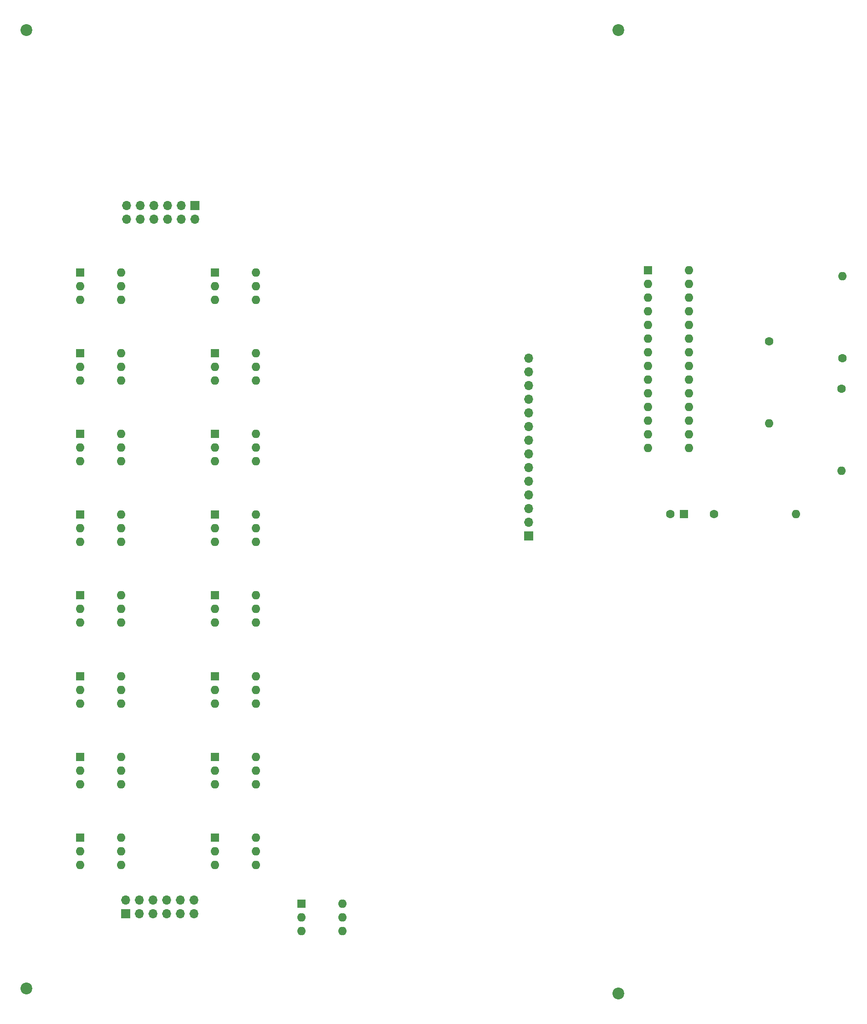
<source format=gbr>
%TF.GenerationSoftware,KiCad,Pcbnew,(5.1.9-0-10_14)*%
%TF.CreationDate,2021-02-25T13:43:07+00:00*%
%TF.ProjectId,Solar_Multiplexer,536f6c61-725f-44d7-956c-7469706c6578,rev?*%
%TF.SameCoordinates,Original*%
%TF.FileFunction,Soldermask,Bot*%
%TF.FilePolarity,Negative*%
%FSLAX46Y46*%
G04 Gerber Fmt 4.6, Leading zero omitted, Abs format (unit mm)*
G04 Created by KiCad (PCBNEW (5.1.9-0-10_14)) date 2021-02-25 13:43:07*
%MOMM*%
%LPD*%
G01*
G04 APERTURE LIST*
%ADD10C,2.200000*%
%ADD11O,1.600000X1.600000*%
%ADD12R,1.600000X1.600000*%
%ADD13C,1.600000*%
%ADD14O,1.700000X1.700000*%
%ADD15R,1.700000X1.700000*%
G04 APERTURE END LIST*
D10*
%TO.C,REF\u002A\u002A*%
X-310000000Y-253000000D03*
%TD*%
%TO.C,REF\u002A\u002A*%
X-200000000Y-254000000D03*
%TD*%
%TO.C,REF\u002A\u002A*%
X-200000000Y-75000000D03*
%TD*%
%TO.C,REF\u002A\u002A*%
X-310000000Y-75000000D03*
%TD*%
D11*
%TO.C,U10*%
X-292380000Y-225000000D03*
X-300000000Y-230080000D03*
X-292380000Y-227540000D03*
X-300000000Y-227540000D03*
X-292380000Y-230080000D03*
D12*
X-300000000Y-225000000D03*
%TD*%
D11*
%TO.C,U22*%
X-186870000Y-119550000D03*
X-194490000Y-152570000D03*
X-186870000Y-122090000D03*
X-194490000Y-150030000D03*
X-186870000Y-124630000D03*
X-194490000Y-147490000D03*
X-186870000Y-127170000D03*
X-194490000Y-144950000D03*
X-186870000Y-129710000D03*
X-194490000Y-142410000D03*
X-186870000Y-132250000D03*
X-194490000Y-139870000D03*
X-186870000Y-134790000D03*
X-194490000Y-137330000D03*
X-186870000Y-137330000D03*
X-194490000Y-134790000D03*
X-186870000Y-139870000D03*
X-194490000Y-132250000D03*
X-186870000Y-142410000D03*
X-194490000Y-129710000D03*
X-186870000Y-144950000D03*
X-194490000Y-127170000D03*
X-186870000Y-147490000D03*
X-194490000Y-124630000D03*
X-186870000Y-150030000D03*
X-194490000Y-122090000D03*
X-186870000Y-152570000D03*
D12*
X-194490000Y-119550000D03*
%TD*%
D11*
%TO.C,U21*%
X-251290000Y-237300000D03*
X-258910000Y-242380000D03*
X-251290000Y-239840000D03*
X-258910000Y-239840000D03*
X-251290000Y-242380000D03*
D12*
X-258910000Y-237300000D03*
%TD*%
D11*
%TO.C,U20*%
X-267380000Y-225000000D03*
X-275000000Y-230080000D03*
X-267380000Y-227540000D03*
X-275000000Y-227540000D03*
X-267380000Y-230080000D03*
D12*
X-275000000Y-225000000D03*
%TD*%
D11*
%TO.C,U17*%
X-267380000Y-210000000D03*
X-275000000Y-215080000D03*
X-267380000Y-212540000D03*
X-275000000Y-212540000D03*
X-267380000Y-215080000D03*
D12*
X-275000000Y-210000000D03*
%TD*%
D11*
%TO.C,U16*%
X-267380000Y-195000000D03*
X-275000000Y-200080000D03*
X-267380000Y-197540000D03*
X-275000000Y-197540000D03*
X-267380000Y-200080000D03*
D12*
X-275000000Y-195000000D03*
%TD*%
D11*
%TO.C,U15*%
X-267380000Y-180000000D03*
X-275000000Y-185080000D03*
X-267380000Y-182540000D03*
X-275000000Y-182540000D03*
X-267380000Y-185080000D03*
D12*
X-275000000Y-180000000D03*
%TD*%
D11*
%TO.C,U14*%
X-267380000Y-165000000D03*
X-275000000Y-170080000D03*
X-267380000Y-167540000D03*
X-275000000Y-167540000D03*
X-267380000Y-170080000D03*
D12*
X-275000000Y-165000000D03*
%TD*%
D11*
%TO.C,U13*%
X-267380000Y-150000000D03*
X-275000000Y-155080000D03*
X-267380000Y-152540000D03*
X-275000000Y-152540000D03*
X-267380000Y-155080000D03*
D12*
X-275000000Y-150000000D03*
%TD*%
D11*
%TO.C,U12*%
X-267380000Y-135000000D03*
X-275000000Y-140080000D03*
X-267380000Y-137540000D03*
X-275000000Y-137540000D03*
X-267380000Y-140080000D03*
D12*
X-275000000Y-135000000D03*
%TD*%
D11*
%TO.C,U11*%
X-267380000Y-120000000D03*
X-275000000Y-125080000D03*
X-267380000Y-122540000D03*
X-275000000Y-122540000D03*
X-267380000Y-125080000D03*
D12*
X-275000000Y-120000000D03*
%TD*%
D11*
%TO.C,U7*%
X-292380000Y-210000000D03*
X-300000000Y-215080000D03*
X-292380000Y-212540000D03*
X-300000000Y-212540000D03*
X-292380000Y-215080000D03*
D12*
X-300000000Y-210000000D03*
%TD*%
D11*
%TO.C,U6*%
X-292380000Y-195000000D03*
X-300000000Y-200080000D03*
X-292380000Y-197540000D03*
X-300000000Y-197540000D03*
X-292380000Y-200080000D03*
D12*
X-300000000Y-195000000D03*
%TD*%
D11*
%TO.C,U5*%
X-292380000Y-180000000D03*
X-300000000Y-185080000D03*
X-292380000Y-182540000D03*
X-300000000Y-182540000D03*
X-292380000Y-185080000D03*
D12*
X-300000000Y-180000000D03*
%TD*%
D11*
%TO.C,U4*%
X-292380000Y-165000000D03*
X-300000000Y-170080000D03*
X-292380000Y-167540000D03*
X-300000000Y-167540000D03*
X-292380000Y-170080000D03*
D12*
X-300000000Y-165000000D03*
%TD*%
D11*
%TO.C,U3*%
X-292380000Y-150000000D03*
X-300000000Y-155080000D03*
X-292380000Y-152540000D03*
X-300000000Y-152540000D03*
X-292380000Y-155080000D03*
D12*
X-300000000Y-150000000D03*
%TD*%
D11*
%TO.C,U2*%
X-292380000Y-135000000D03*
X-300000000Y-140080000D03*
X-292380000Y-137540000D03*
X-300000000Y-137540000D03*
X-292380000Y-140080000D03*
D12*
X-300000000Y-135000000D03*
%TD*%
D11*
%TO.C,U1*%
X-292380000Y-120000000D03*
X-300000000Y-125080000D03*
X-292380000Y-122540000D03*
X-300000000Y-122540000D03*
X-292380000Y-125080000D03*
D12*
X-300000000Y-120000000D03*
%TD*%
D11*
%TO.C,R4*%
X-171958000Y-148082000D03*
D13*
X-171958000Y-132842000D03*
%TD*%
D11*
%TO.C,R3*%
X-166980000Y-164890000D03*
D13*
X-182220000Y-164890000D03*
%TD*%
D11*
%TO.C,R2*%
X-158460000Y-156870000D03*
D13*
X-158460000Y-141630000D03*
%TD*%
D11*
%TO.C,R1*%
X-158320000Y-120730000D03*
D13*
X-158320000Y-135970000D03*
%TD*%
D14*
%TO.C,J3*%
X-291430000Y-110150000D03*
X-291430000Y-107610000D03*
X-288890000Y-110150000D03*
X-288890000Y-107610000D03*
X-286350000Y-110150000D03*
X-286350000Y-107610000D03*
X-283810000Y-110150000D03*
X-283810000Y-107610000D03*
X-281270000Y-110150000D03*
X-281270000Y-107610000D03*
X-278730000Y-110150000D03*
D15*
X-278730000Y-107610000D03*
%TD*%
D14*
%TO.C,J2*%
X-278870000Y-236580000D03*
X-278870000Y-239120000D03*
X-281410000Y-236580000D03*
X-281410000Y-239120000D03*
X-283950000Y-236580000D03*
X-283950000Y-239120000D03*
X-286490000Y-236580000D03*
X-286490000Y-239120000D03*
X-289030000Y-236580000D03*
X-289030000Y-239120000D03*
X-291570000Y-236580000D03*
D15*
X-291570000Y-239120000D03*
%TD*%
D14*
%TO.C,J1*%
X-216610000Y-135930000D03*
X-216610000Y-138470000D03*
X-216610000Y-141010000D03*
X-216610000Y-143550000D03*
X-216610000Y-146090000D03*
X-216610000Y-148630000D03*
X-216610000Y-151170000D03*
X-216610000Y-153710000D03*
X-216610000Y-156250000D03*
X-216610000Y-158790000D03*
X-216610000Y-161330000D03*
X-216610000Y-163870000D03*
X-216610000Y-166410000D03*
D15*
X-216610000Y-168950000D03*
%TD*%
D13*
%TO.C,C1*%
X-190300000Y-164850000D03*
D12*
X-187800000Y-164850000D03*
%TD*%
M02*

</source>
